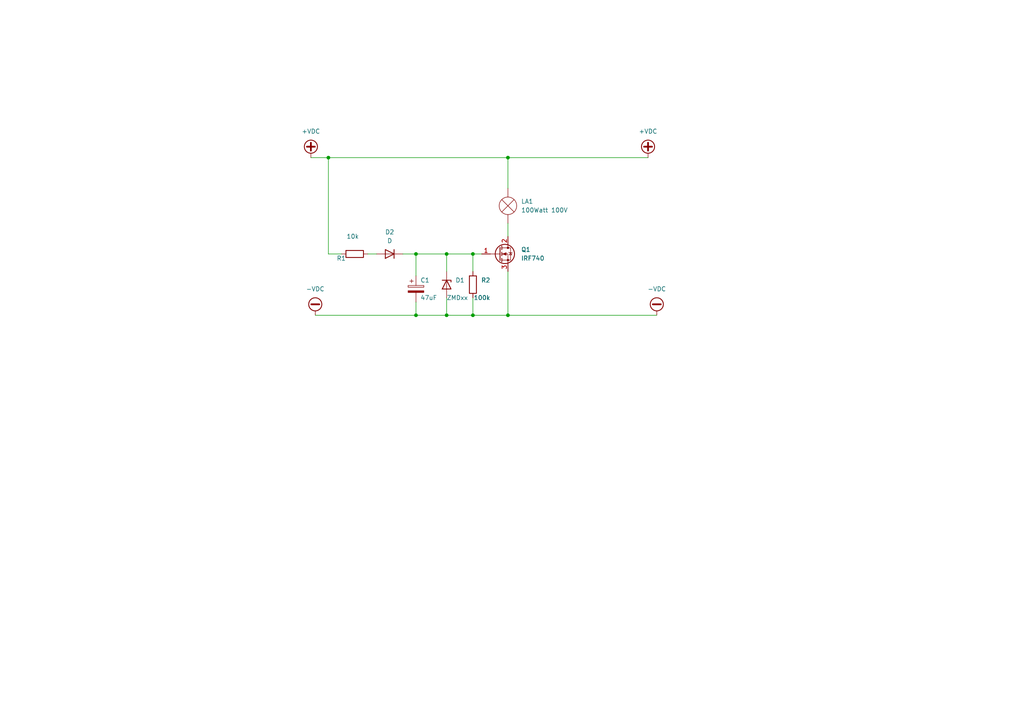
<source format=kicad_sch>
(kicad_sch (version 20231120) (generator "eeschema") (generator_version "7.99")
  (paper "A4")
  (lib_symbols
    (symbol "Device:C_Polarized" (pin_numbers hide) (pin_names (offset 0.254))
      (property "Reference" "C" (at 0.635 2.54 0))
      (property "Value" "C_Polarized" (at 0.635 -2.54 0))
      (symbol "C_Polarized_0_1"
        (rectangle (start -2.286 0.508) (end 2.286 1.016))
        (polyline (pts (xy -1.778 2.286) (xy -0.762 2.286)))
        (polyline (pts (xy -1.27 2.794) (xy -1.27 1.778)))
        (rectangle (start 2.286 -0.508) (end -2.286 -1.016) (fill (type outline)))
      )
      (symbol "C_Polarized_1_1"
        (pin passive line (at 0 3.81 270) (length 2.794) (name "~") (number "1"))
        (pin passive line (at 0 -3.81 90) (length 2.794) (name "~") (number "2"))
      )
    )
    (symbol "Device:D" (pin_numbers hide) (pin_names (offset 1.016) hide)
      (property "Reference" "D" (at 0 2.54 0))
      (property "Value" "D" (at 0 -2.54 0))
      (symbol "D_0_1"
        (polyline (pts (xy -1.27 1.27) (xy -1.27 -1.27)) (stroke (width 0.254)))
        (polyline (pts (xy 1.27 0) (xy -1.27 0)))
        (polyline (pts (xy 1.27 1.27) (xy 1.27 -1.27) (xy -1.27 0) (xy 1.27 1.27)) (stroke (width 0.254)))
      )
      (symbol "D_1_1"
        (pin passive line (at -3.81 0 0) (length 2.54) (name "K") (number "1"))
        (pin passive line (at 3.81 0 180) (length 2.54) (name "A") (number "2"))
      )
    )
    (symbol "Device:Lamp" (pin_numbers hide) (pin_names (offset 0.0254) hide)
      (property "Reference" "LA" (at 0.635 3.81 0))
      (property "Value" "Lamp" (at 0.635 -3.81 0))
      (symbol "Lamp_0_1"
        (polyline (pts (xy -1.778 1.778) (xy 1.778 -1.778)))
        (polyline (pts (xy 1.778 1.778) (xy -1.778 -1.778)))
        (circle (center 0 0) (radius 2.54))
      )
      (symbol "Lamp_1_1"
        (pin passive line (at 0 -5.08 90) (length 2.54) (name "-") (number "1"))
        (pin passive line (at 0 5.08 270) (length 2.54) (name "+") (number "2"))
      )
    )
    (symbol "Device:R" (pin_numbers hide) (pin_names (offset 0))
      (property "Reference" "R" (at 2.032 0 90))
      (property "Value" "R" (at 0 0 90))
      (symbol "R_0_1"
        (rectangle (start -1.016 -2.54) (end 1.016 2.54) (stroke (width 0.254)))
      )
      (symbol "R_1_1"
        (pin passive line (at 0 3.81 270) (length 1.27) (name "~") (number "1"))
        (pin passive line (at 0 -3.81 90) (length 1.27) (name "~") (number "2"))
      )
    )
    (symbol "Diode:ZMDxx" (pin_numbers hide) (pin_names hide)
      (property "Reference" "D" (at 0 2.54 0))
      (property "Value" "ZMDxx" (at 0 -2.54 0))
      (symbol "ZMDxx_0_1"
        (polyline (pts (xy 1.27 0) (xy -1.27 0)))
        (polyline (pts (xy -1.27 -1.27) (xy -1.27 1.27) (xy -0.762 1.27)) (stroke (width 0.254)))
        (polyline (pts (xy 1.27 -1.27) (xy 1.27 1.27) (xy -1.27 0) (xy 1.27 -1.27)) (stroke (width 0.254)))
      )
      (symbol "ZMDxx_1_1"
        (pin passive line (at -3.81 0 0) (length 2.54) (name "K") (number "1"))
        (pin passive line (at 3.81 0 180) (length 2.54) (name "A") (number "2"))
      )
    )
    (symbol "Transistor_FET:IRF740" (pin_names hide)
      (property "Reference" "Q" (at 6.35 1.905 0))
      (property "Value" "IRF740" (at 6.35 0 0))
      (symbol "IRF740_0_1"
        (polyline (pts (xy 0.254 0) (xy -2.54 0)))
        (polyline (pts (xy 0.254 1.905) (xy 0.254 -1.905)) (stroke (width 0.254)))
        (polyline (pts (xy 0.762 -1.27) (xy 0.762 -2.286)) (stroke (width 0.254)))
        (polyline (pts (xy 0.762 0.508) (xy 0.762 -0.508)) (stroke (width 0.254)))
        (polyline (pts (xy 0.762 2.286) (xy 0.762 1.27)) (stroke (width 0.254)))
        (polyline (pts (xy 2.54 2.54) (xy 2.54 1.778)))
        (polyline (pts (xy 2.54 -2.54) (xy 2.54 0) (xy 0.762 0)))
        (polyline (pts (xy 0.762 -1.778) (xy 3.302 -1.778) (xy 3.302 1.778) (xy 0.762 1.778)))
        (polyline (pts (xy 1.016 0) (xy 2.032 0.381) (xy 2.032 -0.381) (xy 1.016 0)) (fill (type outline)))
        (polyline (pts (xy 2.794 0.508) (xy 2.921 0.381) (xy 3.683 0.381) (xy 3.81 0.254)))
        (polyline (pts (xy 3.302 0.381) (xy 2.921 -0.254) (xy 3.683 -0.254) (xy 3.302 0.381)))
        (circle (center 1.651 0) (radius 2.794) (stroke (width 0.254)))
        (circle (center 2.54 -1.778) (radius 0.254) (fill (type outline)))
        (circle (center 2.54 1.778) (radius 0.254) (fill (type outline)))
      )
      (symbol "IRF740_1_1"
        (pin input line (at -5.08 0 0) (length 2.54) (name "G") (number "1"))
        (pin passive line (at 2.54 5.08 270) (length 2.54) (name "D") (number "2"))
        (pin passive line (at 2.54 -5.08 90) (length 2.54) (name "S") (number "3"))
      )
    )
    (symbol "power:+VDC" (power) (pin_names (offset 0))
      (property "Value" "+VDC" (at 0 6.35 0))
      (symbol "+VDC_0_1"
        (polyline (pts (xy -1.143 3.175) (xy 1.143 3.175)) (stroke (width 0.508)))
        (polyline (pts (xy 0 0) (xy 0 1.27)))
        (polyline (pts (xy 0 2.032) (xy 0 4.318)) (stroke (width 0.508)))
        (circle (center 0 3.175) (radius 1.905) (stroke (width 0.254)))
      )
      (symbol "+VDC_1_1"
        (pin power_in line (at 0 0 90) (length 0) hide (name "+VDC") (number "1"))
      )
    )
    (symbol "power:-VDC" (power) (pin_names (offset 0))
      (property "Value" "-VDC" (at 0 6.35 0))
      (symbol "-VDC_0_1"
        (polyline (pts (xy -1.143 3.175) (xy 1.143 3.175)) (stroke (width 0.508)))
        (polyline (pts (xy 0 0) (xy 0 1.27)))
        (circle (center 0 3.175) (radius 1.905) (stroke (width 0.254)))
      )
      (symbol "-VDC_1_1"
        (pin power_in line (at 0 0 90) (length 0) hide (name "-VDC") (number "1"))
      )
    )
  )
  (junction (at 129.54 91.44))
  (junction (at 137.16 73.66))
  (junction (at 95.25 45.72))
  (junction (at 147.32 45.72))
  (junction (at 129.54 73.66))
  (junction (at 120.65 91.44))
  (junction (at 147.32 91.44))
  (junction (at 137.16 91.44))
  (junction (at 120.65 73.66))
  (wire (pts (xy 106.68 73.66) (xy 109.22 73.66)))
  (wire (pts (xy 120.65 73.66) (xy 120.65 80.01)))
  (wire (pts (xy 99.06 73.66) (xy 95.25 73.66)))
  (wire (pts (xy 147.32 91.44) (xy 147.32 78.74)))
  (wire (pts (xy 95.25 45.72) (xy 147.32 45.72)))
  (wire (pts (xy 129.54 73.66) (xy 129.54 78.74)))
  (wire (pts (xy 137.16 73.66) (xy 139.7 73.66)))
  (wire (pts (xy 120.65 87.63) (xy 120.65 91.44)))
  (wire (pts (xy 129.54 86.36) (xy 129.54 91.44)))
  (wire (pts (xy 147.32 91.44) (xy 190.5 91.44)))
  (wire (pts (xy 90.17 45.72) (xy 95.25 45.72)))
  (wire (pts (xy 137.16 86.36) (xy 137.16 91.44)))
  (wire (pts (xy 137.16 91.44) (xy 147.32 91.44)))
  (wire (pts (xy 116.84 73.66) (xy 120.65 73.66)))
  (wire (pts (xy 91.44 91.44) (xy 120.65 91.44)))
  (wire (pts (xy 129.54 91.44) (xy 137.16 91.44)))
  (wire (pts (xy 120.65 91.44) (xy 129.54 91.44)))
  (wire (pts (xy 95.25 73.66) (xy 95.25 45.72)))
  (wire (pts (xy 120.65 73.66) (xy 129.54 73.66)))
  (wire (pts (xy 147.32 45.72) (xy 187.96 45.72)))
  (wire (pts (xy 137.16 73.66) (xy 137.16 78.74)))
  (wire (pts (xy 147.32 45.72) (xy 147.32 54.61)))
  (wire (pts (xy 129.54 73.66) (xy 137.16 73.66)))
  (wire (pts (xy 147.32 64.77) (xy 147.32 68.58)))
  (symbol (lib_id "power:+VDC") (at 90.17 45.72 0) (unit 1)
    (property "Reference" "#PWR04" (effects (hide yes)))
    (property "Value" "+VDC" (at 90.17 38.1 0))
    (property "Description" "Power symbol creates a global label with name \"+VDC\"" (effects (hide yes)))
  )
  (symbol (lib_id "Device:R") (at 137.16 82.55 180) (unit 1)
    (property "Reference" "R2" (at 142.24 81.28 0) (effects (justify left)))
    (property "Value" "100k" (at 142.24 86.36 0) (effects (justify left)))
    (property "Description" "Resistor" (effects (hide yes)))
  )
  (symbol (lib_id "power:-VDC") (at 190.5 91.44 0) (unit 1)
    (property "Reference" "#PWR02" (effects (hide yes)))
    (property "Value" "-VDC" (at 190.5 83.82 0))
    (property "Description" "Power symbol creates a global label with name \"-VDC\"" (effects (hide yes)))
  )
  (symbol (lib_id "Diode:ZMDxx") (at 129.54 82.55 270) (unit 1)
    (property "Reference" "D1" (at 132.08 81.2799 90) (effects (justify left)))
    (property "Value" "ZMDxx" (at 129.54 86.36 90) (effects (justify left)))
    (property "Footprint" "Diode_SMD:D_MiniMELF" (effects (hide yes)))
    (property "Datasheet" "http://diotec.com/tl_files/diotec/files/pdf/datasheets/zmd1" (effects (hide yes)))
    (property "Description" "1000mW Zener Diode, MiniMELF" (effects (hide yes)))
  )
  (symbol (lib_id "Transistor_FET:IRF740") (at 144.78 73.66 0) (unit 1)
    (property "Reference" "Q1" (at 151.13 72.3899 0) (effects (justify left)))
    (property "Value" "IRF740" (at 151.13 74.9299 0) (effects (justify left)))
    (property "Footprint" "Package_TO_SOT_THT:TO-220-3_Vertical" (effects (hide yes)))
    (property "Datasheet" "http://www.vishay.com/docs/91054/91054.pdf" (effects (hide yes)))
    (property "Description" "10A Id, 400V Vds, N-Channel Power MOSFET, 500mOhm Rds, TO-220AB" (effects (hide yes)))
  )
  (symbol (lib_id "Device:C_Polarized") (at 120.65 83.82 0) (unit 1)
    (property "Reference" "C1" (at 121.92 81.28 0) (effects (justify left)))
    (property "Value" "47uF" (at 121.92 86.36 0) (effects (justify left)))
    (property "Description" "Polarized capacitor" (effects (hide yes)))
  )
  (symbol (lib_id "power:+VDC") (at 187.96 45.72 0) (unit 1)
    (property "Reference" "#PWR01" (effects (hide yes)))
    (property "Value" "+VDC" (at 187.96 38.1 0))
    (property "Description" "Power symbol creates a global label with name \"+VDC\"" (effects (hide yes)))
  )
  (symbol (lib_id "Device:Lamp") (at 147.32 59.69 0) (unit 1)
    (property "Reference" "LA1" (at 151.13 58.4199 0) (effects (justify left)))
    (property "Value" "100Watt 100V" (at 151.13 60.9599 0) (effects (justify left)))
    (property "Description" "Lamp" (effects (hide yes)))
  )
  (symbol (lib_id "power:-VDC") (at 91.44 91.44 0) (unit 1)
    (property "Reference" "#PWR03" (effects (hide yes)))
    (property "Value" "-VDC" (at 91.44 83.82 0))
    (property "Description" "Power symbol creates a global label with name \"-VDC\"" (effects (hide yes)))
  )
  (symbol (lib_id "Device:D") (at 113.03 73.66 180) (unit 1)
    (property "Reference" "D2" (at 113.03 67.31 0))
    (property "Value" "D" (at 113.03 69.85 0))
    (property "Description" "Diode" (effects (hide yes)))
    (property "Sim.Device" "D" (effects (hide yes)))
    (property "Sim.Pins" "1=K 2=A" (effects (hide yes)))
  )
  (symbol (lib_id "Device:R") (at 102.87 73.66 90) (unit 1)
    (property "Reference" "R1" (at 100.33 74.93 90) (effects (justify left)))
    (property "Value" "10k" (at 104.14 68.58 90) (effects (justify left)))
    (property "Description" "Resistor" (effects (hide yes)))
  )
)
</source>
